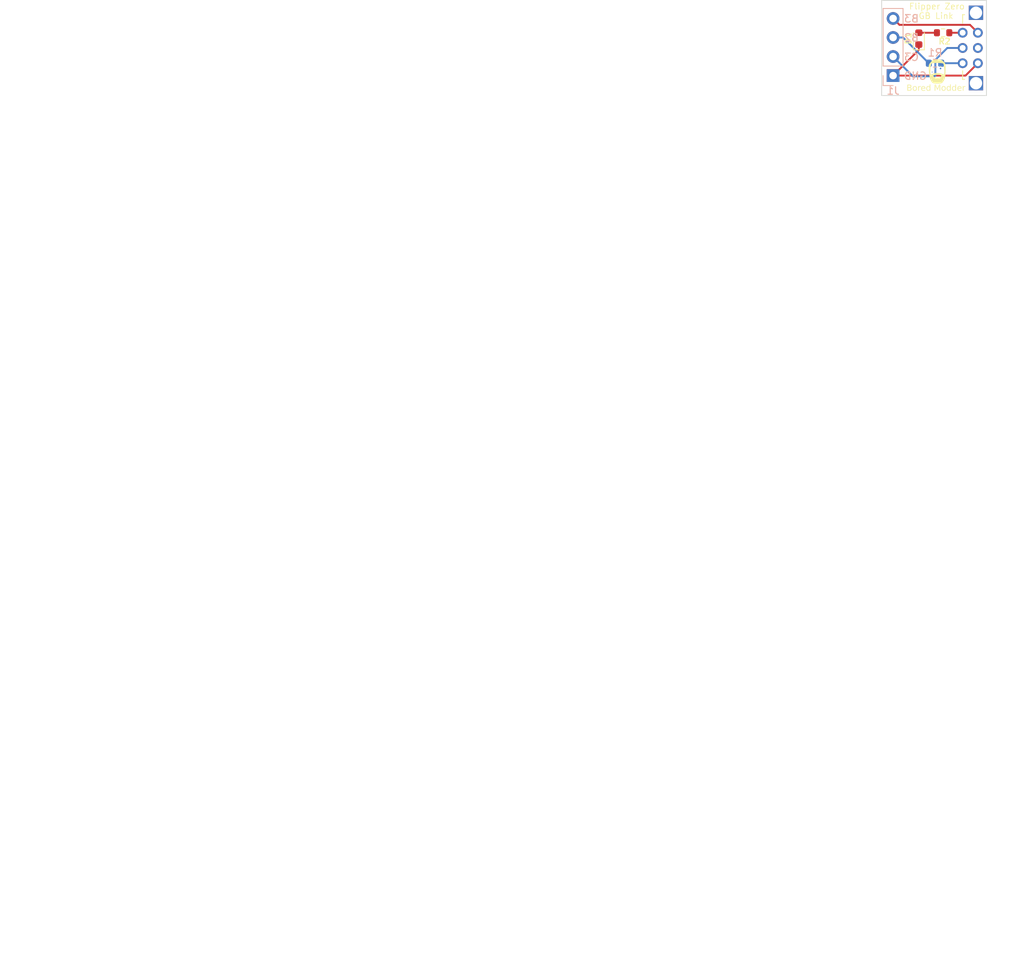
<source format=kicad_pcb>
(kicad_pcb (version 20221018) (generator pcbnew)
  (title_block (title "Flipper Zero Gameboy Link") (date "2023-12-31") (rev "1.2"))
  (layers (0 "F.Cu" signal) (31 "B.Cu" signal) (34 "B.Paste" user) (35 "F.Paste" user) (36 "B.SilkS" user "B.Silkscreen") (37 "F.SilkS" user "F.Silkscreen") (38 "B.Mask" user) (39 "F.Mask" user) (44 "Edge.Cuts" user))
  (net 0 "")
  (net 1 "Net-(J1-Pad3)")
  (net 2 "Net-(J1-Pad2)")
  (net 3 "GND")
  (net 4 "Net-(D1-A)")
  (net 5 "Net-(P1-PadCLK)")
  (net 7 "Net-(J1-Pad4)")
  (net 8 "Net-(P1-Pad+5V)")
  (footprint "LED_SMD:LED_0603_1608Metric" (layer "F.Cu") (at 138.557 56.0325 90)
    (fp_text reference "D1" (at 0.0255 -1.397 90) (layer "F.SilkS") (effects (font (size 0.8 0.8))))
    (fp_text value "LED" hide)
    (fp_line (start -1.485 -0.735) (end -1.485 0.735) (stroke (width 0.12)) (layer "F.SilkS"))
    (fp_line (start -1.485 0.735) (end 0.8 0.735) (stroke (width 0.12)) (layer "F.SilkS"))
    (fp_line (start 0.8 -0.735) (end -1.485 -0.735) (stroke (width 0.12)) (layer "F.SilkS"))
    (pad "1" smd roundrect (at -0.7875 0 90) (size 0.875 0.95) (layers "F.Cu" "F.Paste" "F.Mask") (net 3 "GND"))
    (pad "2" smd roundrect (at 0.7875 0 90) (size 0.875 0.95) (layers "F.Cu" "F.Paste" "F.Mask") (net 4 "Net-(D1-A)"))
  )
  (footprint "MGBC-MBL-01_2_0:CGB-LINK" (layer "F.Cu") (at 146.431 57.152 90)
    (fp_text reference "P1" hide)
    (fp_text value "LINKPORTCGB-LINK" hide)
    (fp_line (start -4.318 -1.778) (end -4.318 -2.032) (stroke (width 0.127)) (layer "F.SilkS"))
    (fp_line (start -3.175 -2.032) (end -4.318 -2.032) (stroke (width 0.127)) (layer "F.SilkS"))
    (fp_line (start 4.318 -2.032) (end 3.175 -2.032) (stroke (width 0.127)) (layer "F.SilkS"))
    (fp_line (start 4.318 -1.778) (end 4.318 -2.032) (stroke (width 0.127)) (layer "F.SilkS"))
    (pad "+5V" thru_hole circle (at 1.909 -2.032) (size 1.308 1.308) (drill 0.8) (layers "*.Cu" "*.Mask") (net 8 "Net-(P1-Pad+5V)"))
    (pad "CLK" thru_hole circle (at -2.159 -2.032) (size 1.308 1.308) (drill 0.8) (layers "*.Cu" "*.Mask") (net 5 "Net-(P1-PadCLK)"))
    (pad "GND" thru_hole circle (at -2.159 0) (size 1.308 1.308) (drill 0.8) (layers "*.Cu" "*.Mask") (net 3 "GND"))
    (pad "IN" thru_hole circle (at -0.125 -2.032) (size 1.308 1.308) (drill 0.8) (layers "*.Cu" "*.Mask") (net 2 "Net-(J1-Pad2)"))
    (pad "MP1" thru_hole rect (at -4.822 -0.254 180) (size 1.905 1.905) (drill 1.651) (layers "*.Cu" "*.Mask"))
    (pad "MP2" thru_hole rect (at 4.572 -0.254 180) (size 1.905 1.905) (drill 1.651) (layers "*.Cu" "*.Mask"))
    (pad "OUT" thru_hole circle (at 1.909 0) (size 1.308 1.308) (drill 0.8) (layers "*.Cu" "*.Mask") (net 7 "Net-(J1-Pad4)"))
    (pad "SD" thru_hole circle (at -0.125 0) (size 1.308 1.308) (drill 0.8) (layers "*.Cu" "*.Mask"))
  )
  (footprint "Resistor_SMD:R_0603_1608Metric" (layer "F.Cu") (at 141.796 55.245 180)
    (fp_text reference "R2" (at -0.19 -1.143) (layer "F.SilkS") (effects (font (size 0.8 0.8))))
    (fp_text value "150")
    (fp_line (start -0.237258 -0.5225) (end 0.237258 -0.5225) (stroke (width 0.12)) (layer "F.SilkS"))
    (fp_line (start -0.237258 0.5225) (end 0.237258 0.5225) (stroke (width 0.12)) (layer "F.SilkS"))
    (pad "1" smd roundrect (at -0.825 0 180) (size 0.8 0.95) (layers "F.Cu" "F.Paste" "F.Mask") (net 8 "Net-(P1-Pad+5V)"))
    (pad "2" smd roundrect (at 0.825 0 180) (size 0.8 0.95) (layers "F.Cu" "F.Paste" "F.Mask") (net 4 "Net-(D1-A)"))
  )
  (footprint "Resistor_SMD:R_0603_1608Metric" (layer "B.Cu") (at 140.716 59.309)
    (fp_text reference "R1" (at 0 -1.397) (layer "B.SilkS") (effects (justify mirror)))
    (fp_text value "33k")
    (fp_line (start -0.237258 -0.5225) (end 0.237258 -0.5225) (stroke (width 0.12)) (layer "B.SilkS"))
    (fp_line (start -0.237258 0.5225) (end 0.237258 0.5225) (stroke (width 0.12)) (layer "B.SilkS"))
    (pad "1" smd roundrect (at -0.825 0) (size 0.8 0.95) (layers "B.Cu" "B.Paste" "B.Mask") (net 1 "Net-(J1-Pad3)"))
    (pad "2" smd roundrect (at 0.825 0) (size 0.8 0.95) (layers "B.Cu" "B.Paste" "B.Mask") (net 5 "Net-(P1-PadCLK)"))
  )
  (footprint "Connector_PinHeader_2.54mm:PinHeader_1x04_P2.54mm_Vertical" (layer "B.Cu") (at 135.128 60.96)
    (fp_text reference "J1" (at 0 2.032) (layer "B.SilkS") (effects (justify mirror)))
    (fp_text value "0022232041" hide)
    (fp_line (start -1.33 -8.95) (end 1.33 -8.95) (stroke (width 0.12)) (layer "B.SilkS"))
    (fp_line (start -1.33 -1.27) (end -1.33 -8.95) (stroke (width 0.12)) (layer "B.SilkS"))
    (fp_line (start -1.33 -1.27) (end 1.33 -1.27) (stroke (width 0.12)) (layer "B.SilkS"))
    (fp_line (start -1.33 0) (end -1.33 1.33) (stroke (width 0.12)) (layer "B.SilkS"))
    (fp_line (start -1.33 1.33) (end 0 1.33) (stroke (width 0.12)) (layer "B.SilkS"))
    (fp_line (start 1.33 -1.27) (end 1.33 -8.95) (stroke (width 0.12)) (layer "B.SilkS"))
    (pad "1" thru_hole rect (at 0 0) (size 1.7 1.7) (drill 1) (layers "*.Cu" "*.Mask") (net 3 "GND"))
    (pad "2" thru_hole oval (at 0 -2.54) (size 1.7 1.7) (drill 1) (layers "*.Cu" "*.Mask") (net 2 "Net-(J1-Pad2)"))
    (pad "3" thru_hole oval (at 0 -5.08) (size 1.7 1.7) (drill 1) (layers "*.Cu" "*.Mask") (net 1 "Net-(J1-Pad3)"))
    (pad "4" thru_hole oval (at 0 -7.62) (size 1.7 1.7) (drill 1) (layers "*.Cu" "*.Mask") (net 7 "Net-(J1-Pad4)"))
  )
  (gr_poly (pts (xy 141.444207 59.906249) (xy 141.43885 59.90666) (xy 141.43357 59.907336) (xy 141.428372 59.908271) (xy 141.423263 59.909457) (xy 141.41825 59.910889) (xy 141.413339 59.91256) (xy 141.408538 59.914462) (xy 141.403854 59.916588) (xy 141.399292 59.918933) (xy 141.39486 59.921489) (xy 141.390565 59.924249) (xy 141.386414 59.927207) (xy 141.382412 59.930356) (xy 141.378568 59.933689) (xy 141.374887 59.937199) (xy 141.371377 59.94088) (xy 141.368044 59.944725) (xy 141.364895 59.948726) (xy 141.361937 59.952878) (xy 141.359177 59.957173) (xy 141.356621 59.961605) (xy 141.354276 59.966166) (xy 141.35215 59.970851) (xy 141.350248 59.975652) (xy 141.348578 59.980562) (xy 141.347146 59.985575) (xy 141.345959 59.990684) (xy 141.345024 59.995882) (xy 141.344348 60.001163) (xy 141.343937 60.006519) (xy 141.343799 60.011944) (xy 141.343937 60.017369) (xy 141.344348 60.022725) (xy 141.345024 60.028005) (xy 141.345959 60.033204) (xy 141.347146 60.038313) (xy 141.348578 60.043326) (xy 141.350248 60.048236) (xy 141.35215 60.053037) (xy 141.354277 60.057722) (xy 141.356621 60.062283) (xy 141.359177 60.066715) (xy 141.361937 60.07101) (xy 141.364895 60.075162) (xy 141.368044 60.079163) (xy 141.371377 60.083008) (xy 141.374888 60.086689) (xy 141.378568 60.090199) (xy 141.382413 60.093532) (xy 141.386415 60.096681) (xy 141.390566 60.099639) (xy 141.394861 60.102399) (xy 141.399293 60.104955) (xy 141.403855 60.1073) (xy 141.408539 60.109426) (xy 141.41334 60.111328) (xy 141.41825 60.112998) (xy 141.423263 60.11443) (xy 141.428372 60.115617) (xy 141.43357 60.116552) (xy 141.438851 60.117228) (xy 141.444207 60.117639) (xy 141.449632 60.117777) (xy 141.455057 60.117639) (xy 141.460413 60.117228) (xy 141.465693 60.116552) (xy 141.470891 60.115617) (xy 141.476001 60.11443) (xy 141.481014 60.112998) (xy 141.485924 60.111328) (xy 141.490725 60.109426) (xy 141.49541 60.1073) (xy 141.499971 60.104955) (xy 141.504403 60.102399) (xy 141.508698 60.099639) (xy 141.51285 60.096681) (xy 141.516851 60.093532) (xy 141.520696 60.090199) (xy 141.524376 60.086689) (xy 141.527887 60.083008) (xy 141.53122 60.079163) (xy 141.534368 60.075162) (xy 141.537326 60.07101) (xy 141.540087 60.066715) (xy 141.542642 60.062283) (xy 141.544987 60.057722) (xy 141.547114 60.053037) (xy 141.549015 60.048236) (xy 141.550686 60.043326) (xy 141.552117 60.038313) (xy 141.553304 60.033204) (xy 141.554239 60.028005) (xy 141.554915 60.022725) (xy 141.555326 60.017369) (xy 141.555464 60.011944) (xy 141.555326 60.006519) (xy 141.554915 60.001163) (xy 141.554239 59.995882) (xy 141.553304 59.990684) (xy 141.552117 59.985575) (xy 141.550685 59.980562) (xy 141.549015 59.975652) (xy 141.547113 59.970851) (xy 141.544987 59.966166) (xy 141.542642 59.961605) (xy 141.540086 59.957173) (xy 141.537326 59.952878) (xy 141.534368 59.948726) (xy 141.531219 59.944725) (xy 141.527886 59.94088) (xy 141.524376 59.937199) (xy 141.520695 59.933689) (xy 141.51685 59.930356) (xy 141.512849 59.927207) (xy 141.508697 59.924249) (xy 141.504402 59.921489) (xy 141.49997 59.918933) (xy 141.495409 59.916588) (xy 141.490724 59.914462) (xy 141.485923 59.91256) (xy 141.481013 59.910889) (xy 141.476 59.909457) (xy 141.470891 59.908271) (xy 141.465693 59.907336) (xy 141.460412 59.90666) (xy 141.455056 59.906249) (xy 141.449632 59.906111)) (fill solid) (layer "B.Cu"))
  (gr_poly (pts (xy 140.335669 60.435346) (xy 140.332991 60.435552) (xy 140.330351 60.43589) (xy 140.327752 60.436357) (xy 140.325197 60.436951) (xy 140.322691 60.437667) (xy 140.320235 60.438502) (xy 140.317835 60.439453) (xy 140.315492 60.440516) (xy 140.313212 60.441688) (xy 140.310996 60.442966) (xy 140.308848 60.444346) (xy 140.306772 60.445825) (xy 140.304771 60.4474) (xy 140.302849 60.449066) (xy 140.301009 60.450822) (xy 140.299254 60.452662) (xy 140.297587 60.454584) (xy 140.296013 60.456585) (xy 140.294534 60.458661) (xy 140.293153 60.460808) (xy 140.291875 60.463024) (xy 140.290703 60.465305) (xy 140.28964 60.467647) (xy 140.288689 60.470048) (xy 140.287854 60.472503) (xy 140.287138 60.47501) (xy 140.286544 60.477564) (xy 140.286077 60.480163) (xy 140.285739 60.482803) (xy 140.285533 60.485481) (xy 140.285464 60.488194) (xy 140.285533 60.490906) (xy 140.285739 60.493584) (xy 140.286077 60.496225) (xy 140.286544 60.498824) (xy 140.287138 60.501378) (xy 140.287854 60.503885) (xy 140.288689 60.50634) (xy 140.28964 60.50874) (xy 140.290703 60.511083) (xy 140.291875 60.513364) (xy 140.293153 60.515579) (xy 140.294534 60.517727) (xy 140.296013 60.519803) (xy 140.297587 60.521804) (xy 140.299254 60.523726) (xy 140.301009 60.525566) (xy 140.302849 60.527321) (xy 140.304771 60.528988) (xy 140.306772 60.530562) (xy 140.308848 60.532041) (xy 140.310996 60.533421) (xy 140.313212 60.534699) (xy 140.315492 60.535872) (xy 140.317835 60.536935) (xy 140.320235 60.537886) (xy 140.322691 60.538721) (xy 140.325197 60.539437) (xy 140.327752 60.54003) (xy 140.330351 60.540498) (xy 140.332991 60.540836) (xy 140.335669 60.541041) (xy 140.338382 60.541111) (xy 140.341094 60.541041) (xy 140.343772 60.540836) (xy 140.346413 60.540498) (xy 140.349012 60.54003) (xy 140.351566 60.539437) (xy 140.354073 60.538721) (xy 140.356528 60.537886) (xy 140.358929 60.536935) (xy 140.361271 60.535872) (xy 140.363552 60.534699) (xy 140.365768 60.533421) (xy 140.367915 60.532041) (xy 140.369991 60.530562) (xy 140.371992 60.528988) (xy 140.373914 60.527321) (xy 140.375755 60.525566) (xy 140.37751 60.523726) (xy 140.379176 60.521804) (xy 140.380751 60.519803) (xy 140.38223 60.517727) (xy 140.38361 60.515579) (xy 140.384888 60.513364) (xy 140.38606 60.511083) (xy 140.387124 60.50874) (xy 140.388075 60.50634) (xy 140.38891 60.503885) (xy 140.389626 60.501378) (xy 140.390219 60.498824) (xy 140.390687 60.496225) (xy 140.391025 60.493584) (xy 140.39123 60.490906) (xy 140.391299 60.488194) (xy 140.39123 60.485481) (xy 140.391025 60.482803) (xy 140.390687 60.480163) (xy 140.390219 60.477564) (xy 140.389626 60.47501) (xy 140.38891 60.472503) (xy 140.388075 60.470048) (xy 140.387124 60.467647) (xy 140.38606 60.465305) (xy 140.384888 60.463024) (xy 140.38361 60.460808) (xy 140.38223 60.458661) (xy 140.380751 60.456585) (xy 140.379176 60.454584) (xy 140.37751 60.452662) (xy 140.375755 60.450822) (xy 140.373914 60.449066) (xy 140.371992 60.4474) (xy 140.369991 60.445825) (xy 140.367915 60.444346) (xy 140.365768 60.442966) (xy 140.363552 60.441688) (xy 140.361271 60.440516) (xy 140.358929 60.439453) (xy 140.356528 60.438502) (xy 140.354073 60.437667) (xy 140.351566 60.436951) (xy 140.349012 60.436357) (xy 140.346413 60.43589) (xy 140.343772 60.435552) (xy 140.341094 60.435346) (xy 140.338382 60.435277)) (fill solid) (layer "B.Cu"))
  (gr_poly (pts (xy 140.93056 58.795395) (xy 140.853917 58.797225) (xy 140.784461 58.800696) (xy 140.721369 58.80615) (xy 140.66382 58.813929) (xy 140.610991 58.824378) (xy 140.562059 58.837839) (xy 140.516204 58.854655) (xy 140.472601 58.87517) (xy 140.430431 58.899727) (xy 140.388869 58.928668) (xy 140.347094 58.962337) (xy 140.304285 59.001076) (xy 140.259618 59.04523) (xy 140.212271 59.095141) (xy 140.161423 59.151152) (xy 140.105933 59.213602) (xy 140.05741 59.269873) (xy 140.015494 59.321758) (xy 139.996902 59.346615) (xy 139.979826 59.371048) (xy 139.964222 59.395281) (xy 139.950045 59.419537) (xy 139.93725 59.444042) (xy 139.925792 59.469018) (xy 139.915625 59.49469) (xy 139.906705 59.521282) (xy 139.898987 59.549019) (xy 139.892426 59.578124) (xy 139.886976 59.608821) (xy 139.882593 59.641334) (xy 139.879232 59.675889) (xy 139.876848 59.712707) (xy 139.875396 59.752015) (xy 139.87483 59.794035) (xy 139.875106 59.838992) (xy 139.876179 59.88711) (xy 139.880534 59.993725) (xy 139.887536 60.115673) (xy 139.908041 60.412738) (xy 139.927088 60.640973) (xy 139.949936 60.845113) (xy 139.977013 61.02706) (xy 139.992271 61.110305) (xy 140.008746 61.188714) (xy 140.026492 61.262525) (xy 140.045562 61.331975) (xy 140.06601 61.397302) (xy 140.087889 61.458744) (xy 140.111252 61.516537) (xy 140.136153 61.57092) (xy 140.162646 61.622131) (xy 140.190783 61.670405) (xy 140.227763 61.729429) (xy 140.26195 61.781485) (xy 140.294377 61.827008) (xy 140.310254 61.847456) (xy 140.326079 61.866434) (xy 140.341981 61.883998) (xy 140.358089 61.900201) (xy 140.374533 61.915098) (xy 140.391441 61.928743) (xy 140.408944 61.941191) (xy 140.42717 61.952497) (xy 140.446249 61.962715) (xy 140.46631 61.971899) (xy 140.487482 61.980104) (xy 140.509894 61.987385) (xy 140.533676 61.993796) (xy 140.558957 61.999392) (xy 140.585867 62.004226) (xy 140.614533 62.008354) (xy 140.645087 62.011831) (xy 140.677656 62.01471) (xy 140.74936 62.018893) (xy 140.830679 62.021342) (xy 140.922646 62.022491) (xy 141.026297 62.022777) (xy 141.224 62.021436) (xy 141.305919 62.019032) (xy 141.378012 62.014829) (xy 141.441375 62.008341) (xy 141.497105 61.999085) (xy 141.546298 61.986576) (xy 141.568786 61.978951) (xy 141.59005 61.970332) (xy 141.610229 61.960657) (xy 141.629459 61.949867) (xy 141.647877 61.937901) (xy 141.66562 61.924698) (xy 141.682825 61.910198) (xy 141.699629 61.894341) (xy 141.732585 61.858311) (xy 141.765581 61.816126) (xy 141.799716 61.7673) (xy 141.836086 61.71135) (xy 141.875787 61.647791) (xy 141.875789 61.647791) (xy 141.909561 61.591053) (xy 141.940135 61.534904) (xy 141.967671 61.47848) (xy 141.992331 61.420921) (xy 142.014276 61.361366) (xy 142.033667 61.298951) (xy 142.050665 61.232816) (xy 142.065431 61.1621) (xy 142.078126 61.08594) (xy 142.088912 61.003474) (xy 142.091155 60.98123) (xy 141.546723 60.98123) (xy 141.545084 60.993876) (xy 141.541411 61.007249) (xy 141.535723 61.021365) (xy 141.528043 61.036237) (xy 141.506787 61.068306) (xy 141.477808 61.103569) (xy 141.441271 61.142139) (xy 141.428266 61.153751) (xy 141.413306 61.164612) (xy 141.396507 61.174721) (xy 141.377983 61.184079) (xy 141.357852 61.192686) (xy 141.336228 61.200542) (xy 141.288966 61.214) (xy 141.237124 61.224455) (xy 141.181627 61.231907) (xy 141.123403 61.236357) (xy 141.063376 61.237807) (xy 141.002474 61.236256) (xy 140.941621 61.231705) (xy 140.881745 61.224156) (xy 140.823772 61.213609) (xy 140.768626 61.200065) (xy 140.717236 61.183524) (xy 140.670526 61.163988) (xy 140.649216 61.153096) (xy 140.629423 61.141456) (xy 140.629423 61.141457) (xy 140.605196 61.125523) (xy 140.583461 61.109955) (xy 140.564205 61.094763) (xy 140.547415 61.079955) (xy 140.533078 61.065541) (xy 140.521181 61.051529) (xy 140.511712 61.037929) (xy 140.504657 61.02475) (xy 140.500005 61.012002) (xy 140.498575 61.005792) (xy 140.497741 60.999693) (xy 140.497501 60.993706) (xy 140.497853 60.987832) (xy 140.498796 60.982073) (xy 140.500328 60.97643) (xy 140.502448 60.970903) (xy 140.505154 60.965494) (xy 140.512317 60.955034) (xy 140.521805 60.945059) (xy 140.533604 60.935579) (xy 140.547702 60.926602) (xy 140.564087 60.918138) (xy 140.582744 60.910196) (xy 140.603662 60.902785) (xy 140.626827 60.895914) (xy 140.652227 60.889593) (xy 140.679849 60.88383) (xy 140.709679 60.878635) (xy 140.741706 60.874016) (xy 140.775915 60.869984) (xy 140.812295 60.866547) (xy 140.850832 60.863714) (xy 140.891514 60.861495) (xy 140.934328 60.859899) (xy 140.97926 60.858934) (xy 141.026299 60.858611) (xy 141.120495 60.859436) (xy 141.204818 60.861986) (xy 141.279434 60.866375) (xy 141.344507 60.872716) (xy 141.400203 60.881121) (xy 141.446688 60.891703) (xy 141.466528 60.897846) (xy 141.484126 60.904576) (xy 141.499505 60.911906) (xy 141.512684 60.919852) (xy 141.523684 60.928427) (xy 141.532525 60.937644) (xy 141.53923 60.947519) (xy 141.543817 60.958066) (xy 141.546308 60.969298) (xy 141.546723 60.98123) (xy 142.091155 60.98123) (xy 142.097949 60.913841) (xy 142.105399 60.81618) (xy 142.111423 60.709629) (xy 142.116181 60.593325) (xy 142.119835 60.466408) (xy 142.120337 60.440802) (xy 141.96548 60.440802) (xy 141.963665 60.52614) (xy 141.958713 60.600155) (xy 141.950415 60.660535) (xy 141.938564 60.704972) (xy 141.928281 60.730533) (xy 141.918173 60.752925) (xy 141.913137 60.762943) (xy 141.90809 60.772181) (xy 141.903011 60.780641) (xy 141.897884 60.788328) (xy 141.892688 60.795245) (xy 141.887406 60.801397) (xy 141.882018 60.806787) (xy 141.876506 60.811419) (xy 141.870852 60.815296) (xy 141.865037 60.818423) (xy 141.859041 60.820802) (xy 141.852848 60.822438) (xy 141.846437 60.823335) (xy 141.839791 60.823496) (xy 141.832891 60.822924) (xy 141.825717 60.821625) (xy 141.818252 60.819601) (xy 141.810477 60.816856) (xy 141.802374 60.813394) (xy 141.793922 60.809219) (xy 141.785105 60.804334) (xy 141.775903 60.798743) (xy 141.766298 60.79245) (xy 141.756272 60.785459) (xy 141.734878 60.769397) (xy 141.711573 60.750585) (xy 141.70274 60.743826) (xy 141.692657 60.737153) (xy 141.668913 60.724097) (xy 141.640692 60.711485) (xy 141.608345 60.699385) (xy 141.572225 60.687865) (xy 141.532682 60.676992) (xy 141.490067 60.666833) (xy 141.444733 60.657457) (xy 141.39703 60.64893) (xy 141.347309 60.641321) (xy 141.295923 60.634698) (xy 141.243222 60.629127) (xy 141.189557 60.624676) (xy 141.135281 60.621413) (xy 141.080744 60.619406) (xy 141.026298 60.618722) (xy 140.971852 60.619406) (xy 140.917315 60.621413) (xy 140.863038 60.624676) (xy 140.809374 60.629127) (xy 140.756673 60.634698) (xy 140.705286 60.641321) (xy 140.655566 60.64893) (xy 140.607863 60.657457) (xy 140.562528 60.666833) (xy 140.519914 60.676992) (xy 140.480371 60.687865) (xy 140.44425 60.699385) (xy 140.411904 60.711485) (xy 140.383683 60.724097) (xy 140.359938 60.737153) (xy 140.341022 60.750585) (xy 140.317717 60.769397) (xy 140.296323 60.785459) (xy 140.276691 60.798743) (xy 140.26749 60.804334) (xy 140.258673 60.809219) (xy 140.250221 60.813394) (xy 140.242118 60.816856) (xy 140.234343 60.819601) (xy 140.226878 60.821625) (xy 140.219704 60.822924) (xy 140.212804 60.823496) (xy 140.206158 60.823335) (xy 140.199747 60.822438) (xy 140.193554 60.820802) (xy 140.187559 60.818423) (xy 140.181743 60.815296) (xy 140.176089 60.811419) (xy 140.170577 60.806787) (xy 140.16519 60.801397) (xy 140.159907 60.795245) (xy 140.154712 60.788328) (xy 140.149584 60.780641) (xy 140.144506 60.772181) (xy 140.139458 60.762943) (xy 140.134423 60.752925) (xy 140.124315 60.730533) (xy 140.114032 60.704972) (xy 140.102181 60.660535) (xy 140.093883 60.600155) (xy 140.088931 60.52614) (xy 140.087115 60.440802) (xy 140.088228 60.346451) (xy 140.09206 60.245396) (xy 140.107051 60.032419) (xy 140.130418 59.820351) (xy 140.144723 59.720434) (xy 140.160495 59.627675) (xy 140.177529 59.544384) (xy 140.195614 59.472872) (xy 140.214543 59.415448) (xy 140.234107 59.374423) (xy 140.245739 59.36219) (xy 140.264703 59.350747) (xy 140.322671 59.330227) (xy 140.4041 59.312865) (xy 140.505078 59.298659) (xy 140.621698 59.28761) (xy 140.750048 59.279718) (xy 140.886218 59.274983) (xy 141.026298 59.273405) (xy 141.166378 59.274983) (xy 141.302548 59.279718) (xy 141.430898 59.28761) (xy 141.547517 59.298659) (xy 141.648496 59.312865) (xy 141.729924 59.330227) (xy 141.787892 59.350747) (xy 141.806856 59.36219) (xy 141.818488 59.374423) (xy 141.838052 59.415448) (xy 141.856981 59.472872) (xy 141.875066 59.544384) (xy 141.8921 59.627675) (xy 141.907873 59.720434) (xy 141.922177 59.820351) (xy 141.945545 60.032419) (xy 141.960535 60.245396) (xy 141.964368 60.346451) (xy 141.96548 60.440802) (xy 142.120337 60.440802) (xy 142.122546 60.328016) (xy 142.126161 60.027712) (xy 142.124408 59.793924) (xy 142.120643 59.698072) (xy 142.114484 59.614169) (xy 142.105581 59.540654) (xy 142.093582 59.475966) (xy 142.078138 59.418546) (xy 142.058898 59.366834) (xy 142.035511 59.319269) (xy 142.007627 59.27429) (xy 141.974894 59.230339) (xy 141.936962 59.185854) (xy 141.8441 59.089044) (xy 141.799524 59.045488) (xy 141.756766 59.006275) (xy 141.715228 58.971194) (xy 141.674317 58.940032) (xy 141.653909 58.925855) (xy 141.633434 58.912579) (xy 141.612818 58.900177) (xy 141.591985 58.888623) (xy 141.570862 58.877891) (xy 141.549373 58.867953) (xy 141.527445 58.858783) (xy 141.505003 58.850356) (xy 141.481972 58.842644) (xy 141.458278 58.835622) (xy 141.433847 58.829262) (xy 141.408603 58.823538) (xy 141.355381 58.813894) (xy 141.298016 58.806478) (xy 141.235913 58.801078) (xy 141.168475 58.797483) (xy 141.095107 58.795481) (xy 141.015212 58.794861)) (fill solid) (layer "F.SilkS"))
  (gr_poly (pts (xy 140.585004 59.814344) (xy 140.567179 59.815376) (xy 140.549625 59.817096) (xy 140.532479 59.819504) (xy 140.515874 59.822601) (xy 140.499949 59.826386) (xy 140.484837 59.830858) (xy 140.470674 59.836019) (xy 140.464239 59.838755) (xy 140.45857 59.841457) (xy 140.45366 59.84412) (xy 140.449499 59.846742) (xy 140.44608 59.849319) (xy 140.443393 59.851848) (xy 140.441431 59.854324) (xy 140.440719 59.855542) (xy 140.440184 59.856746) (xy 140.439827 59.857935) (xy 140.439645 59.859109) (xy 140.439638 59.860267) (xy 140.439805 59.86141) (xy 140.440144 59.862536) (xy 140.440655 59.863645) (xy 140.441336 59.864737) (xy 140.442187 59.865811) (xy 140.444392 59.867905) (xy 140.447262 59.869924) (xy 140.450789 59.871863) (xy 140.454963 59.873719) (xy 140.459778 59.87549) (xy 140.465223 59.877171) (xy 140.471291 59.878759) (xy 140.477972 59.880251) (xy 140.48526 59.881644) (xy 140.493144 59.882933) (xy 140.501617 59.884115) (xy 140.51067 59.885188) (xy 140.520295 59.886147) (xy 140.530483 59.88699) (xy 140.541226 59.887712) (xy 140.552515 59.888311) (xy 140.564342 59.888782) (xy 140.576698 59.889123) (xy 140.602964 59.8894) (xy 140.629231 59.889123) (xy 140.653414 59.888311) (xy 140.675446 59.88699) (xy 140.695259 59.885188) (xy 140.712786 59.882933) (xy 140.727958 59.880251) (xy 140.740707 59.877171) (xy 140.750967 59.873719) (xy 140.758668 59.869924) (xy 140.761538 59.867905) (xy 140.763744 59.865811) (xy 140.765276 59.863645) (xy 140.766126 59.86141) (xy 140.766285 59.859109) (xy 140.765746 59.856746) (xy 140.7645 59.854324) (xy 140.762537 59.851848) (xy 140.759851 59.849319) (xy 140.756431 59.846742) (xy 140.747361 59.841457) (xy 140.735257 59.836019) (xy 140.721094 59.830858) (xy 140.705982 59.826386) (xy 140.690056 59.822601) (xy 140.673451 59.819504) (xy 140.656305 59.817096) (xy 140.638751 59.815376) (xy 140.620926 59.814344) (xy 140.602965 59.814)) (fill solid) (layer "F.SilkS"))
  (gr_poly (pts (xy 141.431671 59.70851) (xy 141.413845 59.709543) (xy 141.396291 59.711263) (xy 141.379144 59.713671) (xy 141.36254 59.716768) (xy 141.346614 59.720552) (xy 141.331502 59.725025) (xy 141.317339 59.730186) (xy 141.310904 59.732922) (xy 141.305236 59.735624) (xy 141.300325 59.738287) (xy 141.296165 59.740909) (xy 141.292746 59.743486) (xy 141.290059 59.746014) (xy 141.288097 59.748491) (xy 141.287385 59.749709) (xy 141.286851 59.750913) (xy 141.286493 59.752102) (xy 141.286311 59.753276) (xy 141.286304 59.754434) (xy 141.286471 59.755576) (xy 141.28681 59.756702) (xy 141.287321 59.757812) (xy 141.288003 59.758904) (xy 141.288853 59.759978) (xy 141.291059 59.762072) (xy 141.293929 59.76409) (xy 141.297456 59.76603) (xy 141.30163 59.767886) (xy 141.306444 59.769657) (xy 141.31189 59.771338) (xy 141.317957 59.772926) (xy 141.324639 59.774418) (xy 141.331927 59.77581) (xy 141.339811 59.777099) (xy 141.348284 59.778282) (xy 141.357338 59.779355) (xy 141.366962 59.780314) (xy 141.377151 59.781156) (xy 141.387893 59.781879) (xy 141.399182 59.782477) (xy 141.411009 59.782949) (xy 141.423365 59.78329) (xy 141.449632 59.783567) (xy 141.475898 59.78329) (xy 141.500081 59.782477) (xy 141.522112 59.781156) (xy 141.541925 59.779355) (xy 141.559452 59.777099) (xy 141.574624 59.774418) (xy 141.587373 59.771338) (xy 141.597632 59.767886) (xy 141.605334 59.76409) (xy 141.608204 59.762072) (xy 141.610409 59.759978) (xy 141.611941 59.757812) (xy 141.612791 59.755576) (xy 141.612951 59.753276) (xy 141.612412 59.750913) (xy 141.611165 59.748491) (xy 141.609203 59.746014) (xy 141.606516 59.743486) (xy 141.603097 59.740909) (xy 141.594026 59.735624) (xy 141.581923 59.730186) (xy 141.567761 59.725025) (xy 141.552649 59.720552) (xy 141.536723 59.716768) (xy 141.520118 59.713671) (xy 141.502971 59.711263) (xy 141.485418 59.709543) (xy 141.467592 59.70851) (xy 141.449631 59.708166)) (fill solid) (layer "F.SilkS"))
  (gr_poly (pts (xy 140.585004 60.02601) (xy 140.567179 60.027042) (xy 140.549625 60.028763) (xy 140.532479 60.031171) (xy 140.515874 60.034268) (xy 140.499949 60.038052) (xy 140.484837 60.042525) (xy 140.470674 60.047686) (xy 140.464239 60.050422) (xy 140.45857 60.053124) (xy 140.45366 60.055787) (xy 140.449499 60.058409) (xy 140.44608 60.060986) (xy 140.443393 60.063514) (xy 140.441431 60.065991) (xy 140.440719 60.067209) (xy 140.440184 60.068413) (xy 140.439827 60.069602) (xy 140.439645 60.070776) (xy 140.439638 60.071934) (xy 140.439805 60.073076) (xy 140.440144 60.074202) (xy 140.440655 60.075312) (xy 140.441336 60.076404) (xy 140.442187 60.077478) (xy 140.444392 60.079572) (xy 140.447262 60.08159) (xy 140.450789 60.08353) (xy 140.454963 60.085386) (xy 140.459778 60.087157) (xy 140.465223 60.088838) (xy 140.471291 60.090426) (xy 140.477972 60.091918) (xy 140.48526 60.09331) (xy 140.493144 60.094599) (xy 140.501617 60.095782) (xy 140.51067 60.096855) (xy 140.520295 60.097814) (xy 140.530483 60.098656) (xy 140.541226 60.099379) (xy 140.552515 60.099977) (xy 140.564342 60.100449) (xy 140.576698 60.10079) (xy 140.602964 60.101067) (xy 140.629231 60.10079) (xy 140.653414 60.099977) (xy 140.675446 60.098656) (xy 140.695259 60.096855) (xy 140.712786 60.094599) (xy 140.727958 60.091918) (xy 140.740707 60.088838) (xy 140.750967 60.085386) (xy 140.758668 60.08159) (xy 140.761538 60.079572) (xy 140.763744 60.077478) (xy 140.765276 60.075312) (xy 140.766126 60.073076) (xy 140.766285 60.070776) (xy 140.765746 60.068413) (xy 140.7645 60.065991) (xy 140.762537 60.063514) (xy 140.759851 60.060986) (xy 140.756431 60.058409) (xy 140.747361 60.053124) (xy 140.735257 60.047686) (xy 140.721094 60.042525) (xy 140.705982 60.038052) (xy 140.690056 60.034268) (xy 140.673451 60.031171) (xy 140.656305 60.028763) (xy 140.638751 60.027042) (xy 140.620926 60.02601) (xy 140.602965 60.025666)) (fill solid) (layer "F.SilkS"))
  (gr_rect (start 133.604 50.927) (end 147.574 63.627) (stroke (width 0.1)) (fill none) (layer "Edge.Cuts"))
  (gr_text "B2" (at 138.65 56.4896) (layer "B.SilkS") (effects (font (size 1 1)) (justify left bottom mirror)))
  (gr_text "GND" (at 139.7254 61.595) (layer "B.SilkS") (effects (font (size 1 1)) (justify left bottom mirror)))
  (gr_text "C3" (at 138.65 59.0804) (layer "B.SilkS") (effects (font (size 1 1)) (justify left bottom mirror)))
  (gr_text "B3" (at 138.65 53.9496) (layer "B.SilkS") (effects (font (size 1 1)) (justify left bottom mirror)))
  (gr_text "GB Link" (at 140.843 53.467) (layer "F.SilkS") (effects (font (size 0.8 0.8) (thickness 0.1)) (justify bottom)))
  (gr_text "Flipper Zero" (at 140.97 52.197) (layer "F.SilkS") (effects (font (size 0.8 0.8) (thickness 0.1)) (justify bottom)))
  (gr_text "Bored Modder" (at 140.843 63.119) (layer "F.SilkS") (effects (font (size 0.8 0.8) (thickness 0.125)) (justify bottom)))
  (segment (start 136.462 55.88) (end 139.891 59.309) (width 0.25) (layer "B.Cu") (net 1))
  (segment (start 135.128 55.88) (end 136.462 55.88) (width 0.25) (layer "B.Cu") (net 1))
  (segment (start 140.622793 61.053207) (end 137.761207 61.053207) (width 0.25) (layer "B.Cu") (net 2))
  (segment (start 137.761207 61.053207) (end 135.128 58.42) (width 0.25) (layer "B.Cu") (net 2))
  (segment (start 144.399 57.277) (end 142.349996 57.277) (width 0.25) (layer "B.Cu") (net 2))
  (segment (start 140.762164 60.913836) (end 140.622793 61.053207) (width 0.25) (layer "B.Cu") (net 2))
  (segment (start 142.349996 57.277) (end 140.762164 58.864832) (width 0.25) (layer "B.Cu") (net 2))
  (segment (start 140.762164 58.864832) (end 140.762164 60.913836) (width 0.25) (layer "B.Cu") (net 2))
  (segment (start 144.782 60.96) (end 135.128 60.96) (width 0.25) (layer "F.Cu") (net 3))
  (segment (start 138.557 57.531) (end 138.557 56.82) (width 0.25) (layer "F.Cu") (net 3))
  (segment (start 135.128 60.96) (end 138.557 57.531) (width 0.25) (layer "F.Cu") (net 3))
  (segment (start 146.431 59.311) (end 144.782 60.96) (width 0.25) (layer "F.Cu") (net 3))
  (segment (start 135.221207 61.053207) (end 135.128 60.96) (width 0.25) (layer "B.Cu") (net 3))
  (segment (start 138.557 55.245) (end 140.971 55.245) (width 0.25) (layer "F.Cu") (net 4))
  (segment (start 141.543 59.311) (end 141.541 59.309) (width 0.25) (layer "B.Cu") (net 5))
  (segment (start 141.541 59.309) (end 144.397 59.309) (width 0.25) (layer "B.Cu") (net 5))
  (segment (start 144.397 59.309) (end 144.399 59.311) (width 0.25) (layer "B.Cu") (net 5))
  (segment (start 135.978 54.19) (end 145.378 54.19) (width 0.25) (layer "F.Cu") (net 7))
  (segment (start 145.378 54.19) (end 146.431 55.243) (width 0.25) (layer "F.Cu") (net 7))
  (segment (start 135.128 53.34) (end 135.978 54.19) (width 0.25) (layer "F.Cu") (net 7))
  (segment (start 135.6455 53.8575) (end 135.128 53.34) (width 0.25) (layer "B.Cu") (net 7))
  (segment (start 142.623 55.243) (end 142.621 55.245) (width 0.25) (layer "F.Cu") (net 8))
  (segment (start 142.621 55.245) (end 144.397 55.245) (width 0.25) (layer "F.Cu") (net 8))
  (segment (start 144.397 55.245) (end 144.399 55.243) (width 0.25) (layer "F.Cu") (net 8))
)
</source>
